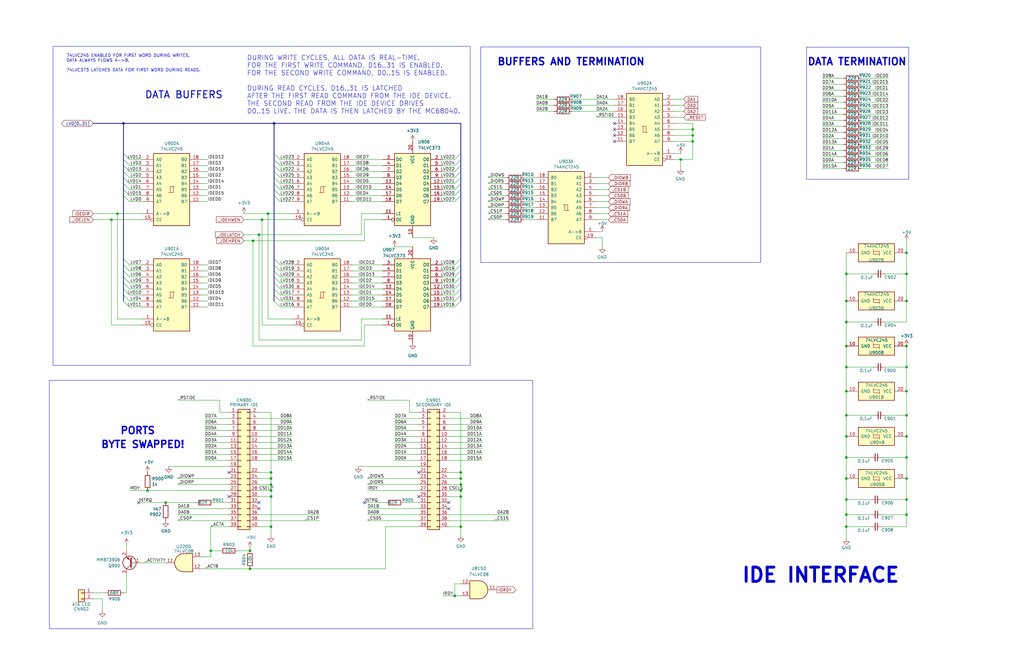
<source format=kicad_sch>
(kicad_sch (version 20231120) (generator "eeschema") (generator_version "8.0")
  (paper "B")
  (title_block (title "AMIGA PCI") (date "2024-05-24") (rev "3.0"))
  (junction (at 356.87 175.26))
  (junction (at 109.22 99.06))
  (junction (at 194.31 209.55))
  (junction (at 191.77 251.46))
  (junction (at 115.57 52.07))
  (junction (at 356.87 115.57))
  (junction (at 356.87 146.05))
  (junction (at 292.1 59.69))
  (junction (at 356.87 193.04))
  (junction (at 356.87 165.1))
  (junction (at 46.99 92.71))
  (junction (at 88.9 232.41))
  (junction (at 356.87 135.89))
  (junction (at 292.1 54.61))
  (junction (at 114.3 209.55))
  (junction (at 382.27 193.04))
  (junction (at 356.87 210.82))
  (junction (at 382.27 146.05))
  (junction (at 105.41 232.41))
  (junction (at 194.31 207.01))
  (junction (at 114.3 199.39))
  (junction (at 382.27 201.93))
  (junction (at 382.27 165.1))
  (junction (at 356.87 154.94))
  (junction (at 62.23 207.01))
  (junction (at 356.87 184.15))
  (junction (at 52.07 52.07))
  (junction (at 194.31 201.93))
  (junction (at 356.87 217.17))
  (junction (at 382.27 106.68))
  (junction (at 382.27 154.94))
  (junction (at 49.53 90.17))
  (junction (at 287.02 67.31))
  (junction (at 114.3 201.93))
  (junction (at 292.1 57.15))
  (junction (at 114.3 222.25))
  (junction (at 69.85 212.09))
  (junction (at 194.31 204.47))
  (junction (at 356.87 127))
  (junction (at 106.68 101.6))
  (junction (at 114.3 204.47))
  (junction (at 382.27 175.26))
  (junction (at 382.27 115.57))
  (junction (at 194.31 222.25))
  (junction (at 382.27 210.82))
  (junction (at 356.87 222.25))
  (junction (at 356.87 201.93))
  (junction (at 110.49 92.71))
  (junction (at 114.3 207.01))
  (junction (at 382.27 127))
  (junction (at 382.27 184.15))
  (junction (at 194.31 199.39))
  (junction (at 113.03 90.17))
  (junction (at 105.41 240.03))
  (junction (at 382.27 217.17))
  (no_connect (at 109.22 212.09))
  (no_connect (at 58.42 212.09))
  (no_connect (at 259.08 54.61))
  (no_connect (at 109.22 214.63))
  (no_connect (at 176.53 199.39))
  (no_connect (at 259.08 59.69))
  (no_connect (at 259.08 52.07))
  (no_connect (at 189.23 214.63))
  (no_connect (at 153.67 212.09))
  (no_connect (at 259.08 57.15))
  (no_connect (at 189.23 212.09))
  (no_connect (at 96.52 199.39))
  (no_connect (at 176.53 209.55))
  (no_connect (at 96.52 209.55))
  (bus_entry (at 194.31 121.92) (size -2.54 2.54))
  (bus_entry (at 194.31 114.3) (size -2.54 2.54))
  (bus_entry (at 115.57 80.01) (size 2.54 2.54))
  (bus_entry (at 194.31 119.38) (size -2.54 2.54))
  (bus_entry (at 194.31 64.77) (size -2.54 2.54))
  (bus_entry (at 52.07 127) (size 2.54 2.54))
  (bus_entry (at 115.57 124.46) (size 2.54 2.54))
  (bus_entry (at 194.31 116.84) (size -2.54 2.54))
  (bus_entry (at 115.57 82.55) (size 2.54 2.54))
  (bus_entry (at 52.07 72.39) (size 2.54 2.54))
  (bus_entry (at 52.07 114.3) (size 2.54 2.54))
  (bus_entry (at 52.07 121.92) (size 2.54 2.54))
  (bus_entry (at 52.07 119.38) (size 2.54 2.54))
  (bus_entry (at 194.31 67.31) (size -2.54 2.54))
  (bus_entry (at 115.57 127) (size 2.54 2.54))
  (bus_entry (at 115.57 116.84) (size 2.54 2.54))
  (bus_entry (at 52.07 77.47) (size 2.54 2.54))
  (bus_entry (at 194.31 74.93) (size -2.54 2.54))
  (bus_entry (at 115.57 121.92) (size 2.54 2.54))
  (bus_entry (at 52.07 111.76) (size 2.54 2.54))
  (bus_entry (at 194.31 109.22) (size -2.54 2.54))
  (bus_entry (at 52.07 64.77) (size 2.54 2.54))
  (bus_entry (at 115.57 119.38) (size 2.54 2.54))
  (bus_entry (at 194.31 72.39) (size -2.54 2.54))
  (bus_entry (at 115.57 72.39) (size 2.54 2.54))
  (bus_entry (at 115.57 64.77) (size 2.54 2.54))
  (bus_entry (at 194.31 69.85) (size -2.54 2.54))
  (bus_entry (at 115.57 77.47) (size 2.54 2.54))
  (bus_entry (at 115.57 69.85) (size 2.54 2.54))
  (bus_entry (at 115.57 74.93) (size 2.54 2.54))
  (bus_entry (at 115.57 114.3) (size 2.54 2.54))
  (bus_entry (at 194.31 77.47) (size -2.54 2.54))
  (bus_entry (at 52.07 109.22) (size 2.54 2.54))
  (bus_entry (at 194.31 127) (size -2.54 2.54))
  (bus_entry (at 194.31 124.46) (size -2.54 2.54))
  (bus_entry (at 52.07 116.84) (size 2.54 2.54))
  (bus_entry (at 52.07 67.31) (size 2.54 2.54))
  (bus_entry (at 52.07 74.93) (size 2.54 2.54))
  (bus_entry (at 52.07 80.01) (size 2.54 2.54))
  (bus_entry (at 115.57 67.31) (size 2.54 2.54))
  (bus_entry (at 194.31 82.55) (size -2.54 2.54))
  (bus_entry (at 194.31 111.76) (size -2.54 2.54))
  (bus_entry (at 52.07 82.55) (size 2.54 2.54))
  (bus_entry (at 194.31 80.01) (size -2.54 2.54))
  (bus_entry (at 52.07 124.46) (size 2.54 2.54))
  (bus_entry (at 115.57 109.22) (size 2.54 2.54))
  (bus_entry (at 115.57 111.76) (size 2.54 2.54))
  (bus_entry (at 52.07 69.85) (size 2.54 2.54))
  (wire (pts (xy 363.22 33.02) (xy 374.65 33.02)))
  (wire (pts (xy 251.46 49.53) (xy 259.08 49.53)))
  (wire (pts (xy 292.1 54.61) (xy 292.1 57.15)))
  (wire (pts (xy 118.11 127) (xy 123.19 127)))
  (wire (pts (xy 54.61 74.93) (xy 59.69 74.93)))
  (wire (pts (xy 191.77 127) (xy 186.69 127)))
  (wire (pts (xy 241.3 46.99) (xy 259.08 46.99)))
  (wire (pts (xy 220.98 85.09) (xy 226.06 85.09)))
  (wire (pts (xy 86.36 189.23) (xy 96.52 189.23)))
  (wire (pts (xy 220.98 74.93) (xy 226.06 74.93)))
  (wire (pts (xy 189.23 191.77) (xy 203.2 191.77)))
  (wire (pts (xy 54.61 72.39) (xy 59.69 72.39)))
  (wire (pts (xy 284.48 54.61) (xy 292.1 54.61)))
  (bus (pts (xy 52.07 52.07) (xy 39.37 52.07)))
  (wire (pts (xy 284.48 59.69) (xy 292.1 59.69)))
  (wire (pts (xy 382.27 154.94) (xy 382.27 165.1)))
  (wire (pts (xy 54.61 119.38) (xy 59.69 119.38)))
  (wire (pts (xy 87.63 67.31) (xy 85.09 67.31)))
  (wire (pts (xy 191.77 69.85) (xy 186.69 69.85)))
  (wire (pts (xy 356.87 227.33) (xy 356.87 222.25)))
  (wire (pts (xy 118.11 69.85) (xy 123.19 69.85)))
  (wire (pts (xy 151.13 196.85) (xy 176.53 196.85)))
  (wire (pts (xy 87.63 72.39) (xy 85.09 72.39)))
  (bus (pts (xy 194.31 111.76) (xy 194.31 114.3)))
  (wire (pts (xy 49.53 134.62) (xy 59.69 134.62)))
  (wire (pts (xy 292.1 52.07) (xy 292.1 54.61)))
  (wire (pts (xy 382.27 115.57) (xy 373.38 115.57)))
  (wire (pts (xy 87.63 69.85) (xy 85.09 69.85)))
  (wire (pts (xy 363.22 38.1) (xy 374.65 38.1)))
  (wire (pts (xy 251.46 85.09) (xy 256.54 85.09)))
  (wire (pts (xy 86.36 176.53) (xy 96.52 176.53)))
  (wire (pts (xy 356.87 217.17) (xy 356.87 210.82)))
  (wire (pts (xy 226.06 46.99) (xy 233.68 46.99)))
  (bus (pts (xy 115.57 77.47) (xy 115.57 74.93)))
  (bus (pts (xy 194.31 114.3) (xy 194.31 116.84)))
  (wire (pts (xy 382.27 127) (xy 382.27 135.89)))
  (wire (pts (xy 173.99 100.33) (xy 182.88 100.33)))
  (bus (pts (xy 115.57 124.46) (xy 115.57 127)))
  (wire (pts (xy 372.11 210.82) (xy 382.27 210.82)))
  (wire (pts (xy 241.3 44.45) (xy 259.08 44.45)))
  (bus (pts (xy 52.07 64.77) (xy 52.07 52.07)))
  (wire (pts (xy 87.63 116.84) (xy 85.09 116.84)))
  (bus (pts (xy 115.57 82.55) (xy 115.57 109.22)))
  (wire (pts (xy 74.93 219.71) (xy 96.52 219.71)))
  (wire (pts (xy 102.87 90.17) (xy 113.03 90.17)))
  (wire (pts (xy 356.87 201.93) (xy 356.87 210.82)))
  (wire (pts (xy 368.3 135.89) (xy 356.87 135.89)))
  (wire (pts (xy 346.71 35.56) (xy 355.6 35.56)))
  (bus (pts (xy 52.07 52.07) (xy 115.57 52.07)))
  (wire (pts (xy 118.11 74.93) (xy 123.19 74.93)))
  (bus (pts (xy 115.57 69.85) (xy 115.57 67.31)))
  (wire (pts (xy 86.36 181.61) (xy 96.52 181.61)))
  (wire (pts (xy 363.22 40.64) (xy 374.65 40.64)))
  (wire (pts (xy 189.23 176.53) (xy 203.2 176.53)))
  (wire (pts (xy 191.77 85.09) (xy 186.69 85.09)))
  (wire (pts (xy 118.11 80.01) (xy 123.19 80.01)))
  (wire (pts (xy 205.74 77.47) (xy 213.36 77.47)))
  (wire (pts (xy 88.9 222.25) (xy 96.52 222.25)))
  (wire (pts (xy 118.11 124.46) (xy 123.19 124.46)))
  (wire (pts (xy 96.52 173.99) (xy 92.71 173.99)))
  (wire (pts (xy 191.77 246.38) (xy 191.77 251.46)))
  (wire (pts (xy 191.77 116.84) (xy 186.69 116.84)))
  (wire (pts (xy 166.37 184.15) (xy 176.53 184.15)))
  (wire (pts (xy 109.22 209.55) (xy 114.3 209.55)))
  (wire (pts (xy 382.27 146.05) (xy 382.27 154.94)))
  (wire (pts (xy 86.36 179.07) (xy 96.52 179.07)))
  (bus (pts (xy 115.57 114.3) (xy 115.57 116.84)))
  (wire (pts (xy 113.03 134.62) (xy 113.03 90.17)))
  (wire (pts (xy 148.59 119.38) (xy 161.29 119.38)))
  (bus (pts (xy 52.07 109.22) (xy 52.07 111.76)))
  (wire (pts (xy 109.22 201.93) (xy 114.3 201.93)))
  (wire (pts (xy 54.61 77.47) (xy 59.69 77.47)))
  (wire (pts (xy 39.37 252.73) (xy 43.18 252.73)))
  (wire (pts (xy 86.36 186.69) (xy 96.52 186.69)))
  (wire (pts (xy 114.3 209.55) (xy 114.3 222.25)))
  (wire (pts (xy 49.53 90.17) (xy 59.69 90.17)))
  (wire (pts (xy 109.22 184.15) (xy 123.19 184.15)))
  (wire (pts (xy 166.37 104.14) (xy 173.99 104.14)))
  (wire (pts (xy 152.4 99.06) (xy 109.22 99.06)))
  (wire (pts (xy 90.17 212.09) (xy 96.52 212.09)))
  (wire (pts (xy 251.46 74.93) (xy 256.54 74.93)))
  (wire (pts (xy 54.61 114.3) (xy 59.69 114.3)))
  (wire (pts (xy 284.48 41.91) (xy 288.29 41.91)))
  (wire (pts (xy 148.59 129.54) (xy 161.29 129.54)))
  (wire (pts (xy 148.59 111.76) (xy 161.29 111.76)))
  (wire (pts (xy 71.12 196.85) (xy 96.52 196.85)))
  (wire (pts (xy 109.22 173.99) (xy 114.3 173.99)))
  (wire (pts (xy 356.87 106.68) (xy 356.87 115.57)))
  (wire (pts (xy 346.71 66.04) (xy 355.6 66.04)))
  (wire (pts (xy 118.11 67.31) (xy 123.19 67.31)))
  (bus (pts (xy 52.07 74.93) (xy 52.07 72.39)))
  (wire (pts (xy 382.27 106.68) (xy 382.27 115.57)))
  (wire (pts (xy 363.22 50.8) (xy 374.65 50.8)))
  (bus (pts (xy 52.07 69.85) (xy 52.07 67.31)))
  (wire (pts (xy 161.29 134.62) (xy 152.4 134.62)))
  (wire (pts (xy 166.37 194.31) (xy 176.53 194.31)))
  (wire (pts (xy 189.23 201.93) (xy 194.31 201.93)))
  (wire (pts (xy 161.29 137.16) (xy 153.67 137.16)))
  (wire (pts (xy 346.71 45.72) (xy 355.6 45.72)))
  (wire (pts (xy 292.1 57.15) (xy 292.1 59.69)))
  (wire (pts (xy 189.23 179.07) (xy 203.2 179.07)))
  (wire (pts (xy 191.77 74.93) (xy 186.69 74.93)))
  (wire (pts (xy 74.93 204.47) (xy 96.52 204.47)))
  (wire (pts (xy 153.67 146.05) (xy 106.68 146.05)))
  (wire (pts (xy 86.36 184.15) (xy 96.52 184.15)))
  (wire (pts (xy 251.46 97.79) (xy 254 97.79)))
  (wire (pts (xy 59.69 137.16) (xy 46.99 137.16)))
  (bus (pts (xy 52.07 82.55) (xy 52.07 80.01)))
  (bus (pts (xy 194.31 119.38) (xy 194.31 121.92)))
  (wire (pts (xy 382.27 193.04) (xy 382.27 201.93)))
  (wire (pts (xy 106.68 101.6) (xy 153.67 101.6)))
  (wire (pts (xy 54.61 121.92) (xy 59.69 121.92)))
  (wire (pts (xy 356.87 115.57) (xy 356.87 127)))
  (bus (pts (xy 115.57 67.31) (xy 115.57 64.77)))
  (wire (pts (xy 109.22 194.31) (xy 123.19 194.31)))
  (wire (pts (xy 85.09 240.03) (xy 105.41 240.03)))
  (bus (pts (xy 115.57 119.38) (xy 115.57 121.92)))
  (wire (pts (xy 109.22 99.06) (xy 102.87 99.06)))
  (bus (pts (xy 194.31 121.92) (xy 194.31 124.46)))
  (bus (pts (xy 194.31 82.55) (xy 194.31 109.22)))
  (wire (pts (xy 189.23 189.23) (xy 203.2 189.23)))
  (wire (pts (xy 118.11 114.3) (xy 123.19 114.3)))
  (wire (pts (xy 226.06 41.91) (xy 233.68 41.91)))
  (wire (pts (xy 100.33 232.41) (xy 105.41 232.41)))
  (wire (pts (xy 105.41 240.03) (xy 162.56 240.03)))
  (wire (pts (xy 191.77 111.76) (xy 186.69 111.76)))
  (wire (pts (xy 148.59 77.47) (xy 161.29 77.47)))
  (wire (pts (xy 205.74 82.55) (xy 213.36 82.55)))
  (wire (pts (xy 346.71 33.02) (xy 355.6 33.02)))
  (wire (pts (xy 166.37 186.69) (xy 176.53 186.69)))
  (wire (pts (xy 191.77 82.55) (xy 186.69 82.55)))
  (wire (pts (xy 166.37 189.23) (xy 176.53 189.23)))
  (wire (pts (xy 292.1 59.69) (xy 292.1 67.31)))
  (wire (pts (xy 153.67 137.16) (xy 153.67 146.05)))
  (wire (pts (xy 194.31 207.01) (xy 194.31 209.55)))
  (wire (pts (xy 109.22 181.61) (xy 123.19 181.61)))
  (wire (pts (xy 372.11 217.17) (xy 382.27 217.17)))
  (wire (pts (xy 356.87 146.05) (xy 356.87 154.94)))
  (wire (pts (xy 292.1 67.31) (xy 287.02 67.31)))
  (wire (pts (xy 148.59 85.09) (xy 161.29 85.09)))
  (wire (pts (xy 162.56 222.25) (xy 176.53 222.25)))
  (wire (pts (xy 166.37 181.61) (xy 176.53 181.61)))
  (wire (pts (xy 152.4 134.62) (xy 152.4 143.51)))
  (wire (pts (xy 118.11 119.38) (xy 123.19 119.38)))
  (wire (pts (xy 54.61 111.76) (xy 59.69 111.76)))
  (wire (pts (xy 60.96 237.49) (xy 69.85 237.49)))
  (wire (pts (xy 118.11 72.39) (xy 123.19 72.39)))
  (wire (pts (xy 87.63 111.76) (xy 85.09 111.76)))
  (wire (pts (xy 87.63 129.54) (xy 85.09 129.54)))
  (wire (pts (xy 191.77 124.46) (xy 186.69 124.46)))
  (wire (pts (xy 194.31 222.25) (xy 194.31 226.06)))
  (wire (pts (xy 43.18 252.73) (xy 43.18 257.81)))
  (wire (pts (xy 382.27 201.93) (xy 382.27 210.82)))
  (wire (pts (xy 205.74 85.09) (xy 213.36 85.09)))
  (wire (pts (xy 284.48 46.99) (xy 288.29 46.99)))
  (wire (pts (xy 54.61 207.01) (xy 62.23 207.01)))
  (wire (pts (xy 148.59 124.46) (xy 161.29 124.46)))
  (wire (pts (xy 363.22 71.12) (xy 374.65 71.12)))
  (bus (pts (xy 194.31 80.01) (xy 194.31 77.47)))
  (wire (pts (xy 284.48 44.45) (xy 288.29 44.45)))
  (bus (pts (xy 52.07 114.3) (xy 52.07 116.84)))
  (wire (pts (xy 105.41 231.14) (xy 105.41 232.41)))
  (wire (pts (xy 54.61 116.84) (xy 59.69 116.84)))
  (wire (pts (xy 88.9 234.95) (xy 88.9 232.41)))
  (bus (pts (xy 52.07 124.46) (xy 52.07 127)))
  (wire (pts (xy 251.46 87.63) (xy 256.54 87.63)))
  (wire (pts (xy 74.93 214.63) (xy 96.52 214.63)))
  (bus (pts (xy 52.07 116.84) (xy 52.07 119.38)))
  (bus (pts (xy 194.31 109.22) (xy 194.31 111.76)))
  (wire (pts (xy 382.27 184.15) (xy 382.27 193.04)))
  (wire (pts (xy 363.22 43.18) (xy 374.65 43.18)))
  (wire (pts (xy 153.67 101.6) (xy 153.67 92.71)))
  (wire (pts (xy 53.34 229.87) (xy 53.34 232.41)))
  (wire (pts (xy 284.48 64.77) (xy 287.02 64.77)))
  (wire (pts (xy 346.71 53.34) (xy 355.6 53.34)))
  (wire (pts (xy 54.61 127) (xy 59.69 127)))
  (wire (pts (xy 154.94 201.93) (xy 176.53 201.93)))
  (wire (pts (xy 74.93 201.93) (xy 96.52 201.93)))
  (wire (pts (xy 166.37 179.07) (xy 176.53 179.07)))
  (wire (pts (xy 194.31 246.38) (xy 191.77 246.38)))
  (wire (pts (xy 373.38 175.26) (xy 382.27 175.26)))
  (wire (pts (xy 346.71 40.64) (xy 355.6 40.64)))
  (wire (pts (xy 346.71 58.42) (xy 355.6 58.42)))
  (wire (pts (xy 191.77 114.3) (xy 186.69 114.3)))
  (wire (pts (xy 356.87 127) (xy 356.87 135.89)))
  (bus (pts (xy 115.57 80.01) (xy 115.57 77.47)))
  (wire (pts (xy 154.94 168.91) (xy 172.72 168.91)))
  (wire (pts (xy 152.4 143.51) (xy 109.22 143.51)))
  (bus (pts (xy 194.31 116.84) (xy 194.31 119.38)))
  (wire (pts (xy 367.03 210.82) (xy 356.87 210.82)))
  (wire (pts (xy 284.48 57.15) (xy 292.1 57.15)))
  (wire (pts (xy 191.77 72.39) (xy 186.69 72.39)))
  (wire (pts (xy 205.74 90.17) (xy 213.36 90.17)))
  (bus (pts (xy 115.57 111.76) (xy 115.57 114.3)))
  (wire (pts (xy 189.23 184.15) (xy 203.2 184.15)))
  (wire (pts (xy 109.22 207.01) (xy 114.3 207.01)))
  (wire (pts (xy 346.71 60.96) (xy 355.6 60.96)))
  (wire (pts (xy 241.3 41.91) (xy 259.08 41.91)))
  (wire (pts (xy 363.22 53.34) (xy 374.65 53.34)))
  (wire (pts (xy 54.61 85.09) (xy 59.69 85.09)))
  (wire (pts (xy 52.07 250.19) (xy 53.34 250.19)))
  (wire (pts (xy 148.59 127) (xy 161.29 127)))
  (bus (pts (xy 194.31 82.55) (xy 194.31 80.01)))
  (wire (pts (xy 189.23 207.01) (xy 194.31 207.01)))
  (bus (pts (xy 115.57 52.07) (xy 194.31 52.07)))
  (wire (pts (xy 87.63 82.55) (xy 85.09 82.55)))
  (wire (pts (xy 356.87 154.94) (xy 356.87 165.1)))
  (wire (pts (xy 189.23 186.69) (xy 203.2 186.69)))
  (wire (pts (xy 154.94 219.71) (xy 176.53 219.71)))
  (wire (pts (xy 114.3 201.93) (xy 114.3 204.47)))
  (wire (pts (xy 109.22 186.69) (xy 123.19 186.69)))
  (wire (pts (xy 87.63 80.01) (xy 85.09 80.01)))
  (wire (pts (xy 189.23 199.39) (xy 194.31 199.39)))
  (wire (pts (xy 205.74 92.71) (xy 213.36 92.71)))
  (wire (pts (xy 114.3 204.47) (xy 114.3 207.01)))
  (wire (pts (xy 152.4 90.17) (xy 152.4 99.06)))
  (wire (pts (xy 54.61 67.31) (xy 59.69 67.31)))
  (bus (pts (xy 115.57 64.77) (xy 115.57 52.07)))
  (wire (pts (xy 110.49 137.16) (xy 110.49 92.71)))
  (wire (pts (xy 363.22 55.88) (xy 374.65 55.88)))
  (bus (pts (xy 194.31 72.39) (xy 194.31 69.85)))
  (wire (pts (xy 87.63 127) (xy 85.09 127)))
  (wire (pts (xy 154.94 214.63) (xy 176.53 214.63)))
  (bus (pts (xy 194.31 74.93) (xy 194.31 72.39)))
  (wire (pts (xy 191.77 67.31) (xy 186.69 67.31)))
  (wire (pts (xy 346.71 55.88) (xy 355.6 55.88)))
  (wire (pts (xy 170.18 212.09) (xy 176.53 212.09)))
  (wire (pts (xy 54.61 124.46) (xy 59.69 124.46)))
  (wire (pts (xy 92.71 173.99) (xy 92.71 168.91)))
  (wire (pts (xy 346.71 63.5) (xy 355.6 63.5)))
  (wire (pts (xy 346.71 71.12) (xy 355.6 71.12)))
  (wire (pts (xy 189.23 209.55) (xy 194.31 209.55)))
  (wire (pts (xy 114.3 207.01) (xy 114.3 209.55)))
  (wire (pts (xy 118.11 121.92) (xy 123.19 121.92)))
  (wire (pts (xy 53.34 250.19) (xy 53.34 242.57)))
  (wire (pts (xy 39.37 92.71) (xy 46.99 92.71)))
  (wire (pts (xy 346.71 38.1) (xy 355.6 38.1)))
  (wire (pts (xy 46.99 137.16) (xy 46.99 92.71)))
  (bus (pts (xy 194.31 77.47) (xy 194.31 74.93)))
  (bus (pts (xy 194.31 67.31) (xy 194.31 64.77)))
  (wire (pts (xy 363.22 68.58) (xy 374.65 68.58)))
  (wire (pts (xy 346.71 68.58) (xy 355.6 68.58)))
  (wire (pts (xy 194.31 199.39) (xy 194.31 201.93)))
  (wire (pts (xy 382.27 217.17) (xy 382.27 222.25)))
  (wire (pts (xy 153.67 212.09) (xy 162.56 212.09)))
  (bus (pts (xy 52.07 72.39) (xy 52.07 69.85)))
  (wire (pts (xy 363.22 35.56) (xy 374.65 35.56)))
  (wire (pts (xy 148.59 67.31) (xy 161.29 67.31)))
  (bus (pts (xy 52.07 111.76) (xy 52.07 114.3)))
  (bus (pts (xy 52.07 82.55) (xy 52.07 109.22)))
  (wire (pts (xy 114.3 173.99) (xy 114.3 199.39)))
  (wire (pts (xy 85.09 234.95) (xy 88.9 234.95)))
  (wire (pts (xy 109.22 222.25) (xy 114.3 222.25)))
  (wire (pts (xy 382.27 175.26) (xy 382.27 184.15)))
  (wire (pts (xy 109.22 176.53) (xy 123.19 176.53)))
  (wire (pts (xy 62.23 207.01) (xy 96.52 207.01)))
  (wire (pts (xy 87.63 85.09) (xy 85.09 85.09)))
  (wire (pts (xy 113.03 90.17) (xy 123.19 90.17)))
  (wire (pts (xy 191.77 77.47) (xy 186.69 77.47)))
  (wire (pts (xy 226.06 44.45) (xy 233.68 44.45)))
  (wire (pts (xy 363.22 66.04) (xy 374.65 66.04)))
  (wire (pts (xy 109.22 204.47) (xy 114.3 204.47)))
  (wire (pts (xy 87.63 124.46) (xy 85.09 124.46)))
  (wire (pts (xy 220.98 77.47) (xy 226.06 77.47)))
  (wire (pts (xy 363.22 60.96) (xy 374.65 60.96)))
  (bus (pts (xy 52.07 77.47) (xy 52.07 74.93)))
  (wire (pts (xy 114.3 222.25) (xy 114.3 226.06)))
  (wire (pts (xy 118.11 111.76) (xy 123.19 111.76)))
  (wire (pts (xy 382.27 135.89) (xy 373.38 135.89)))
  (wire (pts (xy 118.11 77.47) (xy 123.19 77.47)))
  (wire (pts (xy 54.61 69.85) (xy 59.69 69.85)))
  (wire (pts (xy 220.98 92.71) (xy 226.06 92.71)))
  (wire (pts (xy 373.38 154.94) (xy 382.27 154.94)))
  (wire (pts (xy 148.59 80.01) (xy 161.29 80.01)))
  (wire (pts (xy 220.98 87.63) (xy 226.06 87.63)))
  (wire (pts (xy 109.22 179.07) (xy 123.19 179.07)))
  (wire (pts (xy 368.3 154.94) (xy 356.87 154.94)))
  (bus (pts (xy 194.31 124.46) (xy 194.31 127)))
  (wire (pts (xy 118.11 129.54) (xy 123.19 129.54)))
  (wire (pts (xy 367.03 222.25) (xy 356.87 222.25)))
  (wire (pts (xy 220.98 82.55) (xy 226.06 82.55)))
  (wire (pts (xy 191.77 251.46) (xy 194.31 251.46)))
  (wire (pts (xy 191.77 80.01) (xy 186.69 80.01)))
  (wire (pts (xy 87.63 114.3) (xy 85.09 114.3)))
  (bus (pts (xy 52.07 67.31) (xy 52.07 64.77)))
  (wire (pts (xy 220.98 80.01) (xy 226.06 80.01)))
  (wire (pts (xy 205.74 87.63) (xy 213.36 87.63)))
  (wire (pts (xy 220.98 90.17) (xy 226.06 90.17)))
  (wire (pts (xy 205.74 80.01) (xy 213.36 80.01)))
  (wire (pts (xy 287.02 67.31) (xy 284.48 67.31)))
  (bus (pts (xy 115.57 121.92) (xy 115.57 124.46)))
  (bus (pts (xy 115.57 82.55) (xy 115.57 80.01)))
  (wire (pts (xy 46.99 92.71) (xy 59.69 92.71)))
  (wire (pts (xy 87.63 119.38) (xy 85.09 119.38)))
  (wire (pts (xy 109.22 143.51) (xy 109.22 99.06)))
  (wire (pts (xy 189.23 204.47) (xy 194.31 204.47)))
  (wire (pts (xy 154.94 217.17) (xy 176.53 217.17)))
  (wire (pts (xy 382.27 101.6) (xy 382.27 106.68)))
  (wire (pts (xy 162.56 240.03) (xy 162.56 222.25)))
  (wire (pts (xy 110.49 92.71) (xy 123.19 92.71)))
  (wire (pts (xy 189.23 173.99) (xy 194.31 173.99)))
  (bus (pts (xy 52.07 80.01) (xy 52.07 77.47)))
  (wire (pts (xy 251.46 90.17) (xy 256.54 90.17)))
  (wire (pts (xy 189.23 181.61) (xy 203.2 181.61)))
  (bus (pts (xy 52.07 119.38) (xy 52.07 121.92)))
  (wire (pts (xy 191.77 119.38) (xy 186.69 119.38)))
  (wire (pts (xy 382.27 115.57) (xy 382.27 127)))
  (wire (pts (xy 363.22 45.72) (xy 374.65 45.72)))
  (wire (pts (xy 356.87 222.25) (xy 356.87 217.17)))
  (wire (pts (xy 194.31 204.47) (xy 194.31 207.01)))
  (wire (pts (xy 123.19 137.16) (xy 110.49 137.16)))
  (bus (pts (xy 115.57 72.39) (xy 115.57 69.85)))
  (wire (pts (xy 87.63 77.47) (xy 85.09 77.47)))
  (wire (pts (xy 363.22 58.42) (xy 374.65 58.42)))
  (wire (pts (xy 356.87 175.26) (xy 356.87 184.15)))
  (wire (pts (xy 382.27 210.82) (xy 382.27 217.17)))
  (wire (pts (xy 109.22 217.17) (xy 134.62 217.17)))
  (wire (pts (xy 166.37 176.53) (xy 176.53 176.53)))
  (wire (pts (xy 194.31 173.99) (xy 194.31 199.39)))
  (wire (pts (xy 356.87 135.89) (xy 356.87 146.05)))
  (wire (pts (xy 251.46 77.47) (xy 256.54 77.47)))
  (wire (pts (xy 356.87 184.15) (xy 356.87 193.04)))
  (wire (pts (xy 189.23 222.25) (xy 194.31 222.25)))
  (wire (pts (xy 113.03 134.62) (xy 123.19 134.62)))
  (wire (pts (xy 189.23 217.17) (xy 214.63 217.17)))
  (wire (pts (xy 109.22 191.77) (xy 123.19 191.77)))
  (wire (pts (xy 172.72 173.99) (xy 172.72 168.91)))
  (wire (pts (xy 106.68 146.05) (xy 106.68 101.6)))
  (wire (pts (xy 367.03 217.17) (xy 356.87 217.17)))
  (wire (pts (xy 86.36 191.77) (xy 96.52 191.77)))
  (wire (pts (xy 109.22 199.39) (xy 114.3 199.39)))
  (wire (pts (xy 194.31 209.55) (xy 194.31 222.25)))
  (wire (pts (xy 166.37 191.77) (xy 176.53 191.77)))
  (wire (pts (xy 86.36 194.31) (xy 96.52 194.31)))
  (wire (pts (xy 194.31 201.93) (xy 194.31 204.47)))
  (wire (pts (xy 87.63 121.92) (xy 85.09 121.92)))
  (wire (pts (xy 39.37 250.19) (xy 44.45 250.19)))
  (wire (pts (xy 372.11 193.04) (xy 382.27 193.04)))
  (wire (pts (xy 251.46 92.71) (xy 256.54 92.71)))
  (wire (pts (xy 363.22 48.26) (xy 374.65 48.26)))
  (wire (pts (xy 186.69 251.46) (xy 191.77 251.46)))
  (wire (pts (xy 118.11 116.84) (xy 123.19 116.84)))
  (wire (pts (xy 109.22 189.23) (xy 123.19 189.23)))
  (wire (pts (xy 205.74 74.93) (xy 213.36 74.93)))
  (wire (pts (xy 356.87 165.1) (xy 356.87 175.26)))
  (wire (pts (xy 346.71 50.8) (xy 355.6 50.8)))
  (wire (pts (xy 382.27 165.1) (xy 382.27 175.26)))
  (wire (pts (xy 189.23 194.31) (xy 203.2 194.31)))
  (wire (pts (xy 118.11 85.09) (xy 123.19 85.09)))
  (wire (pts (xy 189.23 219.71) (xy 214.63 219.71)))
  (wire (pts (xy 148.59 82.55) (xy 161.29 82.55)))
  (wire (pts (xy 88.9 232.41) (xy 88.9 222.25)))
  (wire (pts (xy 148.59 72.39) (xy 161.29 72.39)))
  (bus (pts (xy 115.57 109.22) (xy 115.57 111.76)))
  (wire (pts (xy 58.42 212.09) (xy 69.85 212.09)))
  (wire (pts (xy 154.94 204.47) (xy 176.53 204.47)))
  (wire (pts (xy 54.61 129.54) (xy 59.69 129.54)))
  (wire (pts (xy 148.59 114.3) (xy 161.29 114.3)))
  (wire (pts (xy 102.87 92.71) (xy 110.49 92.71)))
  (wire (pts (xy 363.22 63.5) (xy 374.65 63.5)))
  (wire (pts (xy 372.11 222.25) (xy 382.27 222.25)))
  (wire (pts (xy 88.9 232.41) (xy 92.71 232.41)))
  (wire (pts (xy 367.03 193.04) (xy 356.87 193.04)))
  (wire (pts (xy 153.67 92.71) (xy 161.29 92.71)))
  (wire (pts (xy 69.85 212.09) (xy 82.55 212.09)))
  (bus (pts (xy 52.07 121.92) (xy 52.07 124.46)))
  (bus (pts (xy 115.57 74.93) (xy 115.57 72.39)))
  (wire (pts (xy 287.02 67.31) (xy 287.02 71.12)))
  (wire (pts (xy 154.94 207.01) (xy 176.53 207.01)))
  (wire (pts (xy 368.3 175.26) (xy 356.87 175.26)))
  (wire (pts (xy 161.29 90.17) (xy 152.4 90.17)))
  (wire (pts (xy 148.59 74.93) (xy 161.29 74.93)))
  (wire (pts (xy 346.71 48.26) (xy 355.6 48.26)))
  (wire (pts (xy 148.59 121.92) (xy 161.29 121.92)))
  (wire (pts (xy 109.22 219.71) (xy 134.62 219.71)))
  (wire (pts (xy 254 100.33) (xy 251.46 100.33)))
  (wire (pts (xy 346.71 43.18) (xy 355.6 43.18)))
  (wire (pts (xy 356.87 193.04) (xy 356.87 201.93)))
  (bus (pts (xy 194.31 69.85) (xy 194.31 67.31)))
  (wire (pts (xy 284.48 49.53) (xy 288.29 49.53)))
  (wire (pts (xy 148.59 69.85) (xy 161.29 69.85)))
  (wire (pts (xy 39.37 90.17) (xy 49.53 90.17)))
  (wire (pts (xy 54.61 82.55) (xy 59.69 82.55)))
  (wire (pts (xy 191.77 121.92) (xy 186.69 121.92)))
  (wire (pts (xy 284.48 52.07) (xy 292.1 52.07)))
  (wire (pts (xy 118.11 82.55) (xy 123.19 82.55)))
  (bus (pts (xy 115.57 116.84) (xy 115.57 119.38)))
  (wire (pts (xy 114.3 199.39) (xy 114.3 201.93)))
  (wire (pts (xy 74.93 168.91) (xy 92.71 168.91)))
  (wire (pts (xy 251.46 82.55) (xy 256.54 82.55)))
  (wire (pts (xy 254 100.33) (xy 254 104.14)))
  (wire (pts (xy 176.53 173.99) (xy 172.72 173.99)))
  (wire (pts (xy 54.61 80.01) (xy 59.69 80.01)))
  (wire (pts (xy 74.93 217.17) (xy 96.52 217.17)))
  (wire (pts (xy 49.53 134.62) (xy 49.53 90.17)))
  (wire (pts (xy 251.46 80.01) (xy 256.54 80.01)))
  (wire (pts (xy 191.77 129.54) (xy 186.69 129.54)))
  (wire (pts (xy 102.87 101.6) (xy 106.68 101.6)))
  (wire (pts (xy 148.59 116.84) (xy 161.29 116.84)))
  (bus (pts (xy 194.31 64.77) (xy 194.31 52.07)))
  (wire (pts (xy 368.3 115.57) (xy 356.87 115.57)))
  (wire (pts (xy 87.63 74.93) (xy 85.09 74.93)))
  (rectangle (start 340.1 19.939) (end 383.2 75.7))
  (rectangle (start 202.692 19.812) (end 320.802 110.744))
  (rectangle (start 20.817 160.5) (end 224.7 265.296))
  (rectangle (start 22.352 19.558) (end 198.247 154.178))
  (text "PORTS" (at 50.546 183.642 0) (effects (font (size 3 3) (bold yes)) (justify left bottom)))
  (text "BUFFERS AND TERMINATION" (at 209.55 27.94 0) (effects (font (size 3 3) (bold yes)) (justify left bottom)))
  (text "DATA TERMINATION" (at 340.36 27.94 0) (effects (font (size 3 3) (thickness 0.6) (bold yes)) (justify left bottom)))
  (text "DATA BUFFERS" (at 60.96 41.91 0) (effects (font (size 3 3) (thickness 0.4) (bold yes)) (justify left bottom)))
  (text "74LVC245 ENABLED FOR FIRST WORD DURING WRITES.\nDATA ALWAYS FLOWS A->B.\n\n74LVC373 LATCHES DATA FOR FIRST WORD DURING READS." (at 27.94 30.48 0) (effects (font (size 1.27 1.27)) (justify left bottom)))
  (text "IDE INTERFACE" (at 312.42 246.38 0) (effects (font (size 6 6) (thickness 1.2) (bold yes)) (justify left bottom)))
  (text "BYTE SWAPPED!" (at 42.418 189.484 0) (effects (font (size 3 3) (thickness 0.6) (bold yes)) (justify left bottom)))
  (text "DURING WRITE CYCLES, ALL DATA IS REAL-TIME. \nFOR THE FIRST WRITE COMMAND, D16..31 IS ENABLED.\nFOR THE SECOND WRITE COMMAND, D0..15 IS ENABLED.\n\nDURING READ CYCLES, D16..31 IS LATCHED \nAFTER THE FIRST READ COMMAND FROM THE IDE DEVICE.\nTHE SECOND READ FROM THE IDE DEVICE DRIVES\nD0..15 LIVE. THE DATA IS THEN LATCHED BY THE MC68040." (at 104.14 48.26 0) (effects (font (size 2 2)) (justify left bottom)))
  (label "DD8A" (at 346.71 33.02 0))
  (label "DD12A" (at 203.2 186.69 180))
  (label "IRDY" (at 186.69 251.46 0))
  (label "_CS0S" (at 154.94 219.71 0))
  (label "LVD17" (at 118.11 124.46 0))
  (label "LVD20" (at 191.77 82.55 180))
  (label "IDED8" (at 87.63 114.3 0))
  (label "DD5A" (at 86.36 181.61 0))
  (label "IDED10" (at 149.86 80.01 0))
  (label "DD0A" (at 86.36 194.31 0))
  (label "LVD14" (at 59.69 77.47 180))
  (label "DD1A" (at 166.37 191.77 0))
  (label "LVD13" (at 59.69 72.39 180))
  (label "IDED9" (at 149.86 74.93 0))
  (label "DD13A" (at 203.2 189.23 180))
  (label "DD6A" (at 166.37 179.07 0))
  (label "LVD11" (at 59.69 129.54 180))
  (label "IDED1" (at 151.13 124.46 0))
  (label "DA1B" (at 74.93 214.63 0))
  (label "DD3A" (at 86.36 186.69 0))
  (label "DD3A" (at 166.37 186.69 0))
  (label "IDED4" (at 149.86 82.55 0))
  (label "LVD19" (at 191.77 114.3 180))
  (label "DD6A" (at 346.71 40.64 0))
  (label "DD1A" (at 86.36 191.77 0))
  (label "LVD26" (at 191.77 80.01 180))
  (label "IDED13" (at 374.65 45.72 180))
  (label "LVD28" (at 118.11 111.76 0))
  (label "_DIOWP" (at 205.74 85.09 0))
  (label "DD2A" (at 166.37 189.23 0))
  (label "IDED13" (at 87.63 72.39 0))
  (label "LVD7" (at 59.69 111.76 180))
  (label "IDED0" (at 151.13 129.54 0))
  (label "_DIORS" (at 205.74 77.47 0))
  (label "DD15A" (at 203.2 194.31 180))
  (label "DD6A" (at 86.36 179.07 0))
  (label "IDED14" (at 151.13 121.92 0))
  (label "_DIORP" (at 205.74 87.63 0))
  (label "LVD21" (at 118.11 77.47 0))
  (label "IDED12" (at 374.65 50.8 180))
  (label "IDED4" (at 374.65 55.88 180))
  (label "DD9A" (at 203.2 179.07 180))
  (label "DD0A" (at 346.71 68.58 0))
  (label "_ACTB" (at 86.36 240.03 0))
  (label "IDED8" (at 374.65 68.58 180))
  (label "LVD26" (at 118.11 80.01 0))
  (label "LVD16" (at 118.11 129.54 0))
  (label "LVD2" (at 59.69 74.93 180))
  (label "DA2A" (at 251.46 46.99 0))
  (label "_RSTIDE" (at 251.46 49.53 0))
  (label "LVD20" (at 118.11 82.55 0))
  (label "LVD24" (at 191.77 69.85 180))
  (label "DD4A" (at 346.71 50.8 0))
  (label "LVD8" (at 59.69 114.3 180))
  (label "IDED6" (at 87.63 116.84 0))
  (label "IDED14" (at 87.63 77.47 0))
  (label "DD9A" (at 123.19 179.07 180))
  (label "LVD22" (at 191.77 72.39 180))
  (label "LVD3" (at 59.69 69.85 180))
  (label "LVD0" (at 59.69 85.09 180))
  (label "DD7A" (at 346.71 35.56 0))
  (label "LVD29" (at 191.77 116.84 180))
  (label "LVD23" (at 191.77 67.31 180))
  (label "IDED10" (at 87.63 124.46 0))
  (label "LVD9" (at 59.69 119.38 180))
  (label "DD5A" (at 166.37 181.61 0))
  (label "IDED6" (at 149.86 72.39 0))
  (label "DA1B" (at 154.94 214.63 0))
  (label "DD11A" (at 123.19 184.15 180))
  (label "LVD23" (at 118.11 67.31 0))
  (label "_DIOWS" (at 154.94 201.93 0))
  (label "IDED7" (at 374.65 71.12 180))
  (label "IDED3" (at 151.13 114.3 0))
  (label "LVD22" (at 118.11 72.39 0))
  (label "IRDY" (at 54.61 207.01 0))
  (label "_CS1P" (at 134.62 219.71 180))
  (label "_DIOWS" (at 205.74 74.93 0))
  (label "IDED8" (at 149.86 69.85 0))
  (label "_CS1P" (at 205.74 90.17 0))
  (label "INTRQ" (at 58.42 212.09 0))
  (label "IDED15" (at 374.65 35.56 180))
  (label "IDED15" (at 87.63 82.55 0))
  (label "IDED1" (at 374.65 38.1 180))
  (label "IDED6" (at 374.65 66.04 180))
  (label "LVD31" (at 191.77 127 180))
  (label "_CS0P" (at 74.93 219.71 0))
  (label "DD10A" (at 123.19 181.61 180))
  (label "IDED0" (at 374.65 33.02 180))
  (label "IDED3" (at 87.63 69.85 0))
  (label "CSELP" (at 109.22 207.01 0))
  (label "LVD6" (at 59.69 116.84 180))
  (label "IDED5" (at 374.65 60.96 180))
  (label "DD0A" (at 166.37 194.31 0))
  (label "DD15A" (at 123.19 194.31 180))
  (label "LVD30" (at 118.11 121.92 0))
  (label "IDED11" (at 149.86 85.09 0))
  (label "LVD24" (at 118.11 69.85 0))
  (label "LVD25" (at 191.77 74.93 180))
  (label "DD10A" (at 346.71 43.18 0))
  (label "_ACTA" (at 88.9 222.25 0))
  (label "LVD30" (at 191.77 121.92 180))
  (label "DD8A" (at 203.2 176.53 180))
  (label "IDED15" (at 151.13 127 0))
  (label "IDED11" (at 87.63 129.54 0))
  (label "LVD27" (at 191.77 85.09 180))
  (label "LVD17" (at 191.77 124.46 180))
  (label "LVD10" (at 59.69 124.46 180))
  (label "IDED0" (at 87.63 85.09 0))
  (label "DA0A" (at 251.46 44.45 0))
  (label "IDED13" (at 151.13 116.84 0))
  (label "DA2B" (at 214.63 217.17 180))
  (label "LVD15" (at 59.69 82.55 180))
  (label "LVD21" (at 191.77 77.47 180))
  (label "_ACTIVITY" (at 69.85 237.49 180))
  (label "DD8A" (at 123.19 176.53 180))
  (label "LVD27" (at 118.11 85.09 0))
  (label "IDED7" (at 149.86 67.31 0))
  (label "IDED10" (at 374.65 58.42 180))
  (label "IDED1" (at 87.63 80.01 0))
  (label "LVD19" (at 118.11 114.3 0))
  (label "DD15A" (at 346.71 71.12 0))
  (label "DD2A" (at 346.71 58.42 0))
  (label "_CS0S" (at 205.74 82.55 0))
  (label "IDED14" (at 374.65 40.64 180))
  (label "IDED12" (at 87.63 67.31 0))
  (label "_CS1S" (at 214.63 219.71 180))
  (label "_RSTIDE" (at 74.93 168.91 0))
  (label "DA2B" (at 226.06 46.99 0))
  (label "_DIORS" (at 154.94 204.47 0))
  (label "DD14A" (at 123.19 191.77 180))
  (label "LVD28" (at 191.77 111.76 180))
  (label "DD7A" (at 86.36 176.53 0))
  (label "DD9A" (at 346.71 38.1 0))
  (label "LVD12" (at 59.69 67.31 180))
  (label "IDED3" (at 374.65 48.26 180))
  (label "LVD25" (at 118.11 74.93 0))
  (label "DD4A" (at 86.36 184.15 0))
  (label "DD11A" (at 346.71 48.26 0))
  (label "CSELS" (at 189.23 207.01 0))
  (label "IDED9" (at 374.65 63.5 180))
  (label "DD11A" (at 203.2 184.15 180))
  (label "DD4A" (at 166.37 184.15 0))
  (label "LVD16" (at 191.77 129.54 180))
  (label "LVD18" (at 191.77 119.38 180))
  (label "_DIORP" (at 74.93 204.47 0))
  (label "IRDY" (at 154.94 207.01 0))
  (label "IDED11" (at 374.65 53.34 180))
  (label "DA0B" (at 154.94 217.17 0))
  (label "DD7A" (at 166.37 176.53 0))
  (label "DD13A" (at 123.19 189.23 180))
  (label "DD3A" (at 346.71 53.34 0))
  (label "IDED12" (at 151.13 111.76 0))
  (label "_CS1S" (at 205.74 80.01 0))
  (label "DA2B" (at 134.62 217.17 180))
  (label "DD2A" (at 86.36 189.23 0))
  (label "IDED2" (at 374.65 43.18 180))
  (label "IDED7" (at 87.63 111.76 0))
  (label "DA1B" (at 226.06 41.91 0))
  (label "DA0B" (at 74.93 217.17 0))
  (label "_RSTIDE" (at 154.94 168.91 0))
  (label "_CS0P" (at 205.74 92.71 0))
  (label "LVD18" (at 118.11 119.38 0))
  (label "LVD31" (at 118.11 127 0))
  (label "_DIOWP" (at 74.93 201.93 0))
  (label "DD1A" (at 346.71 63.5 0))
  (label "DD12A" (at 123.19 186.69 180))
  (label "IDED5" (at 149.86 77.47 0))
  (label "LVD4" (at 59.69 127 180))
  (label "DD13A" (at 346.71 60.96 0))
  (label "INTRQ" (at 153.67 212.09 0))
  (label "DA0B" (at 226.06 44.45 0))
  (label "IDED5" (at 87.63 121.92 0))
  (label "DD14A" (at 346.71 66.04 0))
  (label "LVD1" (at 59.69 80.01 180))
  (label "IDED9" (at 87.63 119.38 0))
  (label "LVD5" (at 59.69 121.92 180))
  (label "DD10A" (at 203.2 181.61 180))
  (label "DD14A" (at 203.2 191.77 180))
  (label "IDED2" (at 87.63 74.93 0))
  (label "LVD29" (at 118.11 116.84 0))
  (label "DD5A" (at 346.71 45.72 0))
  (label "DA1A" (at 251.46 41.91 0))
  (label "IDED2" (at 151.13 119.38 0))
  (label "DD12A" (at 346.71 55.88 0))
  (label "IDED4" (at 87.63 127 0))
  (global_label "_CS1B" (shape input) (at 256.54 80.01 0) (property "Intersheetrefs" "${INTERSHEET_REFS}" (at 265.3724 80.01 0) (effects (justify left))))
  (global_label "_DIOWB" (shape input) (at 256.54 74.93 0) (property "Intersheetrefs" "${INTERSHEET_REFS}" (at 266.3401 74.93 0) (effects (justify left))))
  (global_label "_CS0B" (shape input) (at 256.54 82.55 0) (property "Intersheetrefs" "${INTERSHEET_REFS}" (at 265.3724 82.55 0) (effects (justify left))))
  (global_label "DA1" (shape input) (at 288.29 41.91 0) (property "Intersheetrefs" "${INTERSHEET_REFS}" (at 294.8433 41.91 0) (effects (justify left))))
  (global_label "_IDELEN" (shape input) (at 39.37 92.71 180) (property "Intersheetrefs" "${INTERSHEET_REFS}" (at 28.9652 92.71 0) (effects (justify right))))
  (global_label "_DIOWA" (shape input) (at 256.54 85.09 0) (property "Intersheetrefs" "${INTERSHEET_REFS}" (at 266.1587 85.09 0) (effects (justify left))))
  (global_label "DA2" (shape input) (at 288.29 46.99 0) (property "Intersheetrefs" "${INTERSHEET_REFS}" (at 294.8433 46.99 0) (effects (justify left))))
  (global_label "_CS0A" (shape input) (at 256.54 92.71 0) (property "Intersheetrefs" "${INTERSHEET_REFS}" (at 265.191 92.71 0) (effects (justify left))))
  (global_label "IORDY" (shape output) (at 209.55 248.92 0) (property "Intersheetrefs" "${INTERSHEET_REFS}" (at 217.438 248.8406 0) (effects (justify left))))
  (global_label "IDEDIR" (shape input) (at 39.37 90.17 180) (effects (font (size 1.2954 1.2954))) (property "Intersheetrefs" "${INTERSHEET_REFS}" (at 31.3436 90.1192 0) (effects (justify right))))
  (global_label "_IDEHWEN" (shape input) (at 102.87 92.71 180) (property "Intersheetrefs" "${INTERSHEET_REFS}" (at 90.632 92.71 0) (effects (justify right))))
  (global_label "LVD[0..31]" (shape bidirectional) (at 39.37 52.07 180) (property "Intersheetrefs" "${INTERSHEET_REFS}" (at 42.545 54.991 0) (effects (justify right))))
  (global_label "_DIORB" (shape input) (at 256.54 77.47 0) (property "Intersheetrefs" "${INTERSHEET_REFS}" (at 266.1587 77.47 0) (effects (justify left))))
  (global_label "_CS1A" (shape input) (at 256.54 90.17 0) (property "Intersheetrefs" "${INTERSHEET_REFS}" (at 265.191 90.17 0) (effects (justify left))))
  (global_label "_IDEHREN" (shape input) (at 102.87 101.6 180) (property "Intersheetrefs" "${INTERSHEET_REFS}" (at 90.8134 101.6 0) (effects (justify right))))
  (global_label "_IDELATCH" (shape input) (at 102.87 99.06 180) (property "Intersheetrefs" "${INTERSHEET_REFS}" (at 90.288 99.06 0) (effects (justify right))))
  (global_label "_RESET" (shape input) (at 288.29 49.53 0) (property "Intersheetrefs" "${INTERSHEET_REFS}" (at 297.9085 49.53 0) (effects (justify left))))
  (global_label "DA0" (shape input) (at 288.29 44.45 0) (property "Intersheetrefs" "${INTERSHEET_REFS}" (at 294.8433 44.45 0) (effects (justify left))))
  (global_label "_DIORA" (shape input) (at 256.54 87.63 0) (property "Intersheetrefs" "${INTERSHEET_REFS}" (at 265.9773 87.63 0) (effects (justify left))))
  (symbol (lib_id "Device:R") (at 237.49 46.99 270) (unit 1)
    (property "Reference" "R909" (at 240.284 45.72 90) (effects (justify left)))
    (property "Value" "22R" (at 235.458 46.99 90) (effects (justify left)))
    (property "Footprint" "Resistor_SMD:R_0603_1608Metric" (effects (hide yes)))
  )
  (symbol (lib_id "Device:C_Small") (at 369.57 217.17 270) (unit 1)
    (property "Reference" "C907" (at 371.602 218.567 90) (effects (justify left)))
    (property "Value" "0.1uF" (at 361.569 218.694 90) (effects (justify left)))
    (property "Footprint" "Capacitor_SMD:C_0603_1608Metric" (effects (hide yes)))
  )
  (symbol (lib_id "AmigaPCI-Symbols:Conn_02x20_IDE") (at 101.6 196.85 0) (unit 1)
    (property "Reference" "CN900" (at 102.87 168.91 0))
    (property "Value" "PRIMARY IDE" (at 102.87 170.831 0))
    (property "Footprint" "AmigaPCI:ATA_Header_2x20_P2.54mm" (effects (hide yes)))
  )
  (symbol (lib_id "AmigaPCI-Symbols:74LVC245") (at 369.57 106.68 270) (unit 2)
    (property "Reference" "U902" (at 369.57 109.728 90))
    (property "Value" "74AHCT245" (at 369.57 103.886 90))
    (property "Footprint" "Package_SO:TSSOP-20_4.4x6.5mm_P0.65mm" (effects (hide yes)))
    (property "Datasheet" "http://www.ti.com/lit/gpn/sn74LS245" (effects (hide yes)))
  )
  (symbol (lib_id "Device:R") (at 359.41 35.56 270) (unit 1)
    (property "Reference" "R921" (at 362.204 34.29 90) (effects (justify left)))
    (property "Value" "22R" (at 357.378 35.56 90) (effects (justify left)))
    (property "Footprint" "Resistor_SMD:R_0603_1608Metric" (effects (hide yes)))
  )
  (symbol (lib_id "AmigaPCI-Symbols:74LVC245") (at 135.89 80.01 0) (unit 1)
    (property "Reference" "U904" (at 135.89 60.5282 0))
    (property "Value" "74LVC245" (at 135.89 62.8396 0))
    (property "Footprint" "Package_SO:TSSOP-20_4.4x6.5mm_P0.65mm" (effects (hide yes)))
    (property "Datasheet" "http://www.ti.com/lit/gpn/sn74LS245" (effects (hide yes)))
  )
  (symbol (lib_id "AmigaPCI-Symbols:Conn_02x20_IDE") (at 181.61 196.85 0) (unit 1)
    (property "Reference" "CN901" (at 182.88 168.91 0))
    (property "Value" "SECONDARY IDE" (at 182.88 170.831 0))
    (property "Footprint" "AmigaPCI:ATA_Header_2x20_P2.54mm" (effects (hide yes)))
  )
  (symbol (lib_id "Device:R") (at 217.17 74.93 270) (unit 1)
    (property "Reference" "R910" (at 219.964 73.66 90) (effects (justify left)))
    (property "Value" "22R" (at 215.138 74.93 90) (effects (justify left)))
    (property "Footprint" "Resistor_SMD:R_0603_1608Metric" (effects (hide yes)))
  )
  (symbol (lib_id "Transistor_BJT:MMBT3906") (at 55.88 237.49 180) (unit 1)
    (property "Reference" "Q900" (at 50.8 238.7601 0) (effects (justify left)))
    (property "Value" "MMBT3906" (at 50.8 236.2201 0) (effects (justify left)))
    (property "Footprint" "Package_TO_SOT_SMD:SOT-23" (effects (hide yes)))
    (property "Datasheet" "https://www.onsemi.com/pdf/datasheet/pzt3906-d.pdf" (effects (hide yes)))
    (property "Description" "-0.2A Ic, -40V Vce, Small Signal PNP Transistor, SOT-23" (effects (hide yes)))
  )
  (symbol (lib_id "Device:R") (at 96.52 232.41 90) (unit 1)
    (property "Reference" "R903" (at 99.06 229.87 90) (effects (justify left)))
    (property "Value" "10k" (at 98.425 232.41 90) (effects (justify left)))
    (property "Footprint" "Resistor_SMD:R_0603_1608Metric" (effects (hide yes)))
  )
  (symbol (lib_id "Device:R") (at 359.41 71.12 270) (unit 1)
    (property "Reference" "R936" (at 362.204 69.85 90) (effects (justify left)))
    (property "Value" "22R" (at 357.378 71.12 90) (effects (justify left)))
    (property "Footprint" "Resistor_SMD:R_0603_1608Metric" (effects (hide yes)))
  )
  (symbol (lib_id "Device:R") (at 359.41 43.18 270) (unit 1)
    (property "Reference" "R924" (at 362.204 41.91 90) (effects (justify left)))
    (property "Value" "22R" (at 357.378 43.18 90) (effects (justify left)))
    (property "Footprint" "Resistor_SMD:R_0603_1608Metric" (effects (hide yes)))
  )
  (symbol (lib_id "Device:R") (at 359.41 40.64 270) (unit 1)
    (property "Reference" "R923" (at 362.204 39.37 90) (effects (justify left)))
    (property "Value" "22R" (at 357.378 40.64 90) (effects (justify left)))
    (property "Footprint" "Resistor_SMD:R_0603_1608Metric" (effects (hide yes)))
  )
  (symbol (lib_id "Device:R") (at 237.49 41.91 270) (unit 1)
    (property "Reference" "R907" (at 240.284 40.64 90) (effects (justify left)))
    (property "Value" "22R" (at 235.458 41.91 90) (effects (justify left)))
    (property "Footprint" "Resistor_SMD:R_0603_1608Metric" (effects (hide yes)))
  )
  (symbol (lib_id "power:GND") (at 71.12 196.85 0) (unit 1)
    (property "Reference" "#PWR0294" (effects (hide yes)))
    (property "Value" "GND" (at 71.12 201.2934 0))
  )
  (symbol (lib_id "Device:R") (at 359.41 53.34 270) (unit 1)
    (property "Reference" "R928" (at 362.204 52.07 90) (effects (justify left)))
    (property "Value" "22R" (at 357.378 53.34 90) (effects (justify left)))
    (property "Footprint" "Resistor_SMD:R_0603_1608Metric" (effects (hide yes)))
  )
  (symbol (lib_id "power:GND") (at 356.87 227.33 0) (unit 1)
    (property "Reference" "#PWR034" (effects (hide yes)))
    (property "Value" "GND" (at 354.838 231.14 0) (effects (justify left)))
  )
  (symbol (lib_id "74xx:74HC373") (at 173.99 124.46 0) (unit 1)
    (property "Reference" "U907" (at 161.29 105.41 0) (effects (justify left)))
    (property "Value" "74LVC373" (at 161.29 107.95 0) (effects (justify left)))
    (property "Footprint" "Package_SO:TSSOP-20_4.4x6.5mm_P0.65mm" (effects (hide yes)))
    (property "Datasheet" "https://www.ti.com/lit/ds/symlink/cd54hc373.pdf" (effects (hide yes)))
  )
  (symbol (lib_name "GND_1") (lib_id "power:GND") (at 43.18 257.81 0) (unit 1)
    (property "Reference" "#PWR032" (effects (hide yes)))
    (property "Value" "GND" (at 43.18 262.89 0))
    (property "Description" "Power symbol creates a global label with name \"GND\" , ground" (effects (hide yes)))
  )
  (symbol (lib_id "power:GND") (at 69.85 219.71 0) (unit 1)
    (property "Reference" "#PWR0293" (effects (hide yes)))
    (property "Value" "GND" (at 69.977 224.1042 0))
  )
  (symbol (lib_id "74xx:74LS08") (at 201.93 248.92 0) (unit 4)
    (property "Reference" "U815" (at 201.9217 239.903 0))
    (property "Value" "74LVC08" (at 201.9217 242.443 0))
    (property "Footprint" "Package_SO:TSSOP-14_4.4x5mm_P0.65mm" (effects (hide yes)))
    (property "Datasheet" "http://www.ti.com/lit/gpn/sn74LS08" (effects (hide yes)))
  )
  (symbol (lib_id "Device:R") (at 217.17 80.01 270) (unit 1)
    (property "Reference" "R914" (at 219.964 78.74 90) (effects (justify left)))
    (property "Value" "22R" (at 215.138 80.01 90) (effects (justify left)))
    (property "Footprint" "Resistor_SMD:R_0603_1608Metric" (effects (hide yes)))
  )
  (symbol (lib_id "Device:R") (at 166.37 212.09 90) (unit 1)
    (property "Reference" "R905" (at 174.498 211.074 90) (effects (justify left)))
    (property "Value" "82R" (at 167.64 212.09 90) (effects (justify left)))
    (property "Footprint" "Resistor_SMD:R_0603_1608Metric" (effects (hide yes)))
  )
  (symbol (lib_id "Device:R") (at 359.41 38.1 270) (unit 1)
    (property "Reference" "R922" (at 362.204 36.83 90) (effects (justify left)))
    (property "Value" "22R" (at 357.378 38.1 90) (effects (justify left)))
    (property "Footprint" "Resistor_SMD:R_0603_1608Metric" (effects (hide yes)))
  )
  (symbol (lib_name "+3V3_1") (lib_id "power:+3V3") (at 53.34 229.87 0) (unit 1)
    (property "Reference" "#PWR010" (effects (hide yes)))
    (property "Value" "+3V3" (at 53.34 224.79 0))
    (property "Description" "Power symbol creates a global label with name \"+3V3\"" (effects (hide yes)))
  )
  (symbol (lib_id "AmigaPCI-Symbols:74LVC245") (at 369.57 201.93 270) (unit 2)
    (property "Reference" "U905" (at 369.9256 204.47 90))
    (property "Value" "74LVC245" (at 369.57 199.5932 90))
    (property "Footprint" "Package_SO:TSSOP-20_4.4x6.5mm_P0.65mm" (effects (hide yes)))
    (property "Datasheet" "http://www.ti.com/lit/gpn/sn74LS245" (effects (hide yes)))
  )
  (symbol (lib_id "Device:R") (at 217.17 77.47 270) (unit 1)
    (property "Reference" "R913" (at 219.964 76.2 90) (effects (justify left)))
    (property "Value" "22R" (at 215.138 77.47 90) (effects (justify left)))
    (property "Footprint" "Resistor_SMD:R_0603_1608Metric" (effects (hide yes)))
  )
  (symbol (lib_id "Device:R") (at 359.41 55.88 270) (unit 1)
    (property "Reference" "R929" (at 362.204 54.61 90) (effects (justify left)))
    (property "Value" "22R" (at 357.378 55.88 90) (effects (justify left)))
    (property "Footprint" "Resistor_SMD:R_0603_1608Metric" (effects (hide yes)))
  )
  (symbol (lib_id "Device:R") (at 217.17 87.63 270) (unit 1)
    (property "Reference" "R917" (at 219.964 86.36 90) (effects (justify left)))
    (property "Value" "22R" (at 215.138 87.63 90) (effects (justify left)))
    (property "Footprint" "Resistor_SMD:R_0603_1608Metric" (effects (hide yes)))
  )
  (symbol (lib_id "AmigaPCI-Symbols:74LVC245") (at 72.39 124.46 0) (unit 1)
    (property "Reference" "U901" (at 72.39 104.9782 0))
    (property "Value" "74LVC245" (at 72.39 107.2896 0))
    (property "Footprint" "Package_SO:TSSOP-20_4.4x6.5mm_P0.65mm" (effects (hide yes)))
    (property "Datasheet" "http://www.ti.com/lit/gpn/sn74LS245" (effects (hide yes)))
  )
  (symbol (lib_id "Device:R") (at 359.41 45.72 270) (unit 1)
    (property "Reference" "R925" (at 362.204 44.45 90) (effects (justify left)))
    (property "Value" "22R" (at 357.378 45.72 90) (effects (justify left)))
    (property "Footprint" "Resistor_SMD:R_0603_1608Metric" (effects (hide yes)))
  )
  (symbol (lib_id "AmigaPCI-Symbols:74LVC245") (at 72.39 80.01 0) (unit 1)
    (property "Reference" "U900" (at 72.39 60.5282 0))
    (property "Value" "74LVC245" (at 72.39 62.8396 0))
    (property "Footprint" "Package_SO:TSSOP-20_4.4x6.5mm_P0.65mm" (effects (hide yes)))
    (property "Datasheet" "http://www.ti.com/lit/gpn/sn74LS245" (effects (hide yes)))
  )
  (symbol (lib_id "AmigaPCI-Symbols:74LVC245") (at 369.57 165.1 270) (unit 2)
    (property "Reference" "U901" (at 369.57 167.64 90))
    (property "Value" "74LVC245" (at 369.57 162.56 90))
    (property "Footprint" "Package_SO:TSSOP-20_4.4x6.5mm_P0.65mm" (effects (hide yes)))
    (property "Datasheet" "http://www.ti.com/lit/gpn/sn74LS245" (effects (hide yes)))
  )
  (symbol (lib_id "Device:R") (at 48.26 250.19 270) (unit 1)
    (property "Reference" "R906" (at 45.72 252.73 90) (effects (justify left)))
    (property "Value" "68R" (at 46.228 250.19 90) (effects (justify left)))
    (property "Footprint" "Resistor_SMD:R_0603_1608Metric" (effects (hide yes)))
  )
  (symbol (lib_id "Device:R") (at 359.41 48.26 270) (unit 1)
    (property "Reference" "R926" (at 362.204 46.99 90) (effects (justify left)))
    (property "Value" "22R" (at 357.378 48.26 90) (effects (justify left)))
    (property "Footprint" "Resistor_SMD:R_0603_1608Metric" (effects (hide yes)))
  )
  (symbol (lib_id "Device:R") (at 359.41 63.5 270) (unit 1)
    (property "Reference" "R933" (at 362.204 62.23 90) (effects (justify left)))
    (property "Value" "22R" (at 357.378 63.5 90) (effects (justify left)))
    (property "Footprint" "Resistor_SMD:R_0603_1608Metric" (effects (hide yes)))
  )
  (symbol (lib_id "Connector_Generic:Conn_01x02") (at 34.29 250.19 0) (mirror y) (unit 1)
    (property "Reference" "CN902" (at 34.29 257.0099 0))
    (property "Value" "ATA LED" (at 34.29 255.0889 0))
    (property "Footprint" "Connector_PinHeader_2.54mm:PinHeader_1x02_P2.54mm_Vertical" (effects (hide yes)))
  )
  (symbol (lib_id "Device:R") (at 359.41 68.58 270) (unit 1)
    (property "Reference" "R935" (at 362.204 67.31 90) (effects (justify left)))
    (property "Value" "22R" (at 357.378 68.58 90) (effects (justify left)))
    (property "Footprint" "Resistor_SMD:R_0603_1608Metric" (effects (hide yes)))
  )
  (symbol (lib_id "power:+3V3") (at 382.27 146.05 0) (unit 1)
    (property "Reference" "#PWR0328" (effects (hide yes)))
    (property "Value" "+3V3" (at 382.27 141.732 0))
  )
  (symbol (lib_id "Device:C_Small") (at 370.84 135.89 270) (unit 1)
    (property "Reference" "C904" (at 372.872 137.287 90) (effects (justify left)))
    (property "Value" "0.1uF" (at 362.839 137.414 90) (effects (justify left)))
    (property "Footprint" "Capacitor_SMD:C_0603_1608Metric" (effects (hide yes)))
  )
  (symbol (lib_id "power:+3V3") (at 173.99 59.69 0) (unit 1)
    (property "Reference" "#PWR0332" (effects (hide yes)))
    (property "Value" "+3V3" (at 173.99 55.118 0))
  )
  (symbol (lib_id "Device:C_Small") (at 370.84 154.94 270) (unit 1)
    (property "Reference" "C900" (at 372.745 156.337 90) (effects (justify left)))
    (property "Value" "0.1uF" (at 362.458 156.337 90) (effects (justify left)))
    (property "Footprint" "Capacitor_SMD:C_0603_1608Metric" (effects (hide yes)))
  )
  (symbol (lib_id "Device:C_Small") (at 369.57 210.82 270) (unit 1)
    (property "Reference" "C906" (at 371.602 212.217 90) (effects (justify left)))
    (property "Value" "0.1uF" (at 361.569 212.344 90) (effects (justify left)))
    (property "Footprint" "Capacitor_SMD:C_0603_1608Metric" (effects (hide yes)))
  )
  (symbol (lib_id "Device:R") (at 217.17 85.09 270) (unit 1)
    (property "Reference" "R916" (at 219.964 83.82 90) (effects (justify left)))
    (property "Value" "22R" (at 215.138 85.09 90) (effects (justify left)))
    (property "Footprint" "Resistor_SMD:R_0603_1608Metric" (effects (hide yes)))
  )
  (symbol (lib_id "power:GND") (at 287.02 71.12 0) (mirror y) (unit 1)
    (property "Reference" "#PWR0302" (effects (hide yes)))
    (property "Value" "GND" (at 286.893 75.5142 0))
  )
  (symbol (lib_id "AmigaPCI-Symbols:74LVC245") (at 238.76 87.63 0) (mirror y) (unit 1)
    (property "Reference" "U903" (at 238.76 68.1482 0))
    (property "Value" "74AHCT245" (at 238.76 70.4596 0))
    (property "Footprint" "Package_SO:TSSOP-20_4.4x6.5mm_P0.65mm" (effects (hide yes)))
    (property "Datasheet" "http://www.ti.com/lit/gpn/sn74LS245" (effects (hide yes)))
  )
  (symbol (lib_id "Device:R") (at 86.36 212.09 90) (unit 1)
    (property "Reference" "R901" (at 94.488 211.074 90) (effects (justify left)))
    (property "Value" "82R" (at 87.63 212.09 90) (effects (justify left)))
    (property "Footprint" "Resistor_SMD:R_0603_1608Metric" (effects (hide yes)))
  )
  (symbol (lib_id "Device:R") (at 217.17 90.17 270) (unit 1)
    (property "Reference" "R918" (at 219.964 88.9 90) (effects (justify left)))
    (property "Value" "22R" (at 215.138 90.17 90) (effects (justify left)))
    (property "Footprint" "Resistor_SMD:R_0603_1608Metric" (effects (hide yes)))
  )
  (symbol (lib_id "Device:R") (at 217.17 92.71 270) (unit 1)
    (property "Reference" "R919" (at 219.964 91.44 90) (effects (justify left)))
    (property "Value" "22R" (at 215.138 92.71 90) (effects (justify left)))
    (property "Footprint" "Resistor_SMD:R_0603_1608Metric" (effects (hide yes)))
  )
  (symbol (lib_id "Device:R") (at 359.41 33.02 270) (unit 1)
    (property "Reference" "R920" (at 362.204 31.75 90) (effects (justify left)))
    (property "Value" "22R" (at 357.378 33.02 90) (effects (justify left)))
    (property "Footprint" "Resistor_SMD:R_0603_1608Metric" (effects (hide yes)))
  )
  (symbol (lib_id "Device:C_Small") (at 369.57 193.04 270) (unit 1)
    (property "Reference" "C905" (at 371.602 194.437 90) (effects (justify left)))
    (property "Value" "0.1uF" (at 361.569 194.564 90) (effects (justify left)))
    (property "Footprint" "Capacitor_SMD:C_0603_1608Metric" (effects (hide yes)))
  )
  (symbol (lib_id "Device:R") (at 359.41 50.8 270) (unit 1)
    (property "Reference" "R927" (at 362.204 49.53 90) (effects (justify left)))
    (property "Value" "22R" (at 357.378 50.8 90) (effects (justify left)))
    (property "Footprint" "Resistor_SMD:R_0603_1608Metric" (effects (hide yes)))
  )
  (symbol (lib_id "AmigaPCI-Symbols:74LVC245") (at 135.89 124.46 0) (unit 1)
    (property "Reference" "U905" (at 135.89 104.9782 0))
    (property "Value" "74LVC245" (at 135.89 107.2896 0))
    (property "Footprint" "Package_SO:TSSOP-20_4.4x6.5mm_P0.65mm" (effects (hide yes)))
    (property "Datasheet" "http://www.ti.com/lit/gpn/sn74LS245" (effects (hide yes)))
  )
  (symbol (lib_id "power:GND") (at 194.31 226.06 0) (unit 1)
    (property "Reference" "#PWR0308" (effects (hide yes)))
    (property "Value" "GND" (at 194.31 230.5034 0))
  )
  (symbol (lib_id "Device:R") (at 62.23 203.2 0) (unit 1)
    (property "Reference" "R900" (at 64.008 202.0316 0) (effects (justify left)))
    (property "Value" "1k" (at 64.008 204.343 0) (effects (justify left)))
    (property "Footprint" "Resistor_SMD:R_0603_1608Metric" (effects (hide yes)))
  )
  (symbol (lib_id "AmigaPCI-Symbols:74LVC245") (at 369.57 127 270) (unit 2)
    (property "Reference" "U903" (at 369.57 130.048 90))
    (property "Value" "74AHCT245" (at 369.57 124.206 90))
    (property "Footprint" "Package_SO:TSSOP-20_4.4x6.5mm_P0.65mm" (effects (hide yes)))
    (property "Datasheet" "http://www.ti.com/lit/gpn/sn74LS245" (effects (hide yes)))
  )
  (symbol (lib_id "power:GND") (at 151.13 196.85 0) (unit 1)
    (property "Reference" "#PWR0301" (effects (hide yes)))
    (property "Value" "GND" (at 151.13 201.2934 0))
  )
  (symbol (lib_id "Device:R") (at 217.17 82.55 270) (unit 1)
    (property "Reference" "R915" (at 219.964 81.28 90) (effects (justify left)))
    (property "Value" "22R" (at 215.138 82.55 90) (effects (justify left)))
    (property "Footprint" "Resistor_SMD:R_0603_1608Metric" (effects (hide yes)))
  )
  (symbol (lib_id "Device:R") (at 69.85 215.9 180) (unit 1)
    (property "Reference" "R902" (at 68.072 217.0684 0) (effects (justify left)))
    (property "Value" "4k7" (at 68.072 214.757 0) (effects (justify left)))
    (property "Footprint" "Resistor_SMD:R_0603_1608Metric" (effects (hide yes)))
  )
  (symbol (lib_id "Device:R") (at 359.41 60.96 270) (unit 1)
    (property "Reference" "R932" (at 362.204 59.69 90) (effects (justify left)))
    (property "Value" "22R" (at 357.378 60.96 90) (effects (justify left)))
    (property "Footprint" "Resistor_SMD:R_0603_1608Metric" (effects (hide yes)))
  )
  (symbol (lib_id "power:+5V") (at 105.41 231.14 0) (unit 1)
    (property "Reference" "#PWR0295" (effects (hide yes)))
    (property "Value" "+5V" (at 105.791 226.7458 0))
  )
  (symbol (lib_id "Device:R") (at 359.41 66.04 270) (unit 1)
    (property "Reference" "R934" (at 362.204 64.77 90) (effects (justify left)))
    (property "Value" "22R" (at 357.378 66.04 90) (effects (justify left)))
    (property "Footprint" "Resistor_SMD:R_0603_1608Metric" (effects (hide yes)))
  )
  (symbol (lib_id "power:+5V") (at 62.23 199.39 0) (unit 1)
    (property "Reference" "#PWR0292" (effects (hide yes)))
    (property "Value" "+5V" (at 62.611 194.9958 0))
  )
  (symbol (lib_id "AmigaPCI-Symbols:74LVC245") (at 369.57 184.15 270) (unit 2)
    (property "Reference" "U904" (at 369.9256 186.69 90))
    (property "Value" "74LVC245" (at 369.57 181.8132 90))
    (property "Footprint" "Package_SO:TSSOP-20_4.4x6.5mm_P0.65mm" (effects (hide yes)))
    (property "Datasheet" "http://www.ti.com/lit/gpn/sn74LS245" (effects (hide yes)))
  )
  (symbol (lib_id "power:+5V") (at 382.27 101.6 0) (unit 1)
    (property "Reference" "#PWR029" (effects (hide yes)))
    (property "Value" "+5V" (at 380.238 98.044 0) (effects (justify left)))
  )
  (symbol (lib_id "74xx:74HC373") (at 173.99 80.01 0) (unit 1)
    (property "Reference" "U906" (at 176.1841 59.8932 0) (effects (justify left)))
    (property "Value" "74LVC373" (at 176.1841 62.4332 0) (effects (justify left)))
    (property "Footprint" "Package_SO:TSSOP-20_4.4x6.5mm_P0.65mm" (effects (hide yes)))
    (property "Datasheet" "https://www.ti.com/lit/ds/symlink/cd54hc373.pdf" (effects (hide yes)))
  )
  (symbol (lib_id "AmigaPCI-Symbols:74LVC245") (at 271.78 54.61 0) (mirror y) (unit 1)
    (property "Reference" "U902" (at 271.78 35.1282 0))
    (property "Value" "74AHCT245" (at 271.78 37.4396 0))
    (property "Footprint" "Package_SO:TSSOP-20_4.4x6.5mm_P0.65mm" (effects (hide yes)))
    (property "Datasheet" "http://www.ti.com/lit/gpn/sn74LS245" (effects (hide yes)))
  )
  (symbol (lib_id "Device:C_Small") (at 370.84 175.26 270) (unit 1)
    (property "Reference" "C901" (at 372.745 176.657 90) (effects (justify left)))
    (property "Value" "0.1uF" (at 362.458 176.657 90) (effects (justify left)))
    (property "Footprint" "Capacitor_SMD:C_0603_1608Metric" (effects (hide yes)))
  )
  (symbol (lib_id "power:GND") (at 254 104.14 0) (mirror y) (unit 1)
    (property "Reference" "#PWR0141" (effects (hide yes)))
    (property "Value" "GND" (at 253.873 108.5342 0))
  )
  (symbol (lib_id "Device:R") (at 359.41 58.42 270) (unit 1)
    (property "Reference" "R931" (at 362.204 57.15 90) (effects (justify left)))
    (property "Value" "22R" (at 357.378 58.42 90) (effects (justify left)))
    (property "Footprint" "Resistor_SMD:R_0603_1608Metric" (effects (hide yes)))
  )
  (symbol (lib_id "AmigaPCI-Symbols:74LVC245") (at 369.57 146.05 270) (unit 2)
    (property "Reference" "U900" (at 369.57 148.844 90))
    (property "Value" "74LVC245" (at 369.57 143.51 90))
    (property "Footprint" "Package_SO:TSSOP-20_4.4x6.5mm_P0.65mm" (effects (hide yes)))
    (property "Datasheet" "http://www.ti.com/lit/gpn/sn74LS245" (effects (hide yes)))
  )
  (symbol (lib_id "Device:R") (at 105.41 236.22 180) (unit 1)
    (property "Reference" "R904" (at 102.87 233.68 90) (effects (justify left)))
    (property "Value" "10k" (at 105.41 234.315 90) (effects (justify left)))
    (property "Footprint" "Resistor_SMD:R_0603_1608Metric" (effects (hide yes)))
  )
  (symbol (lib_id "power:+3V3") (at 102.87 90.17 0) (unit 1)
    (property "Reference" "#PWR0331" (effects (hide yes)))
    (property "Value" "+3V3" (at 102.87 85.598 0))
  )
  (symbol (lib_id "Device:R") (at 237.49 44.45 270) (unit 1)
    (property "Reference" "R908" (at 240.284 43.18 90) (effects (justify left)))
    (property "Value" "22R" (at 235.458 44.45 90) (effects (justify left)))
    (property "Footprint" "Resistor_SMD:R_0603_1608Metric" (effects (hide yes)))
  )
  (symbol (lib_id "Device:C_Small") (at 370.84 115.57 270) (unit 1)
    (property "Reference" "C902" (at 372.872 116.967 90) (effects (justify left)))
    (property "Value" "0.1uF" (at 362.839 117.094 90) (effects (justify left)))
    (property "Footprint" "Capacitor_SMD:C_0603_1608Metric" (effects (hide yes)))
  )
  (symbol (lib_id "Device:C_Small") (at 369.57 222.25 270) (unit 1)
    (property "Reference" "C908" (at 371.602 223.647 90) (effects (justify left)))
    (property "Value" "0.1uF" (at 361.569 223.774 90) (effects (justify left)))
    (property "Footprint" "Capacitor_SMD:C_0603_1608Metric" (effects (hide yes)))
  )
  (symbol (lib_id "power:+5V") (at 254 97.79 0) (unit 1)
    (property "Reference" "#PWR0142" (effects (hide yes)))
    (property "Value" "+5V" (at 254 94.2881 0))
  )
  (symbol (lib_id "power:GND") (at 114.3 226.06 0) (unit 1)
    (property "Reference" "#PWR0296" (effects (hide yes)))
    (property "Value" "GND" (at 114.3 230.5034 0))
  )
  (symbol (lib_id "power:+5V") (at 287.02 64.77 0) (unit 1)
    (property "Reference" "#PWR0143" (effects (hide yes)))
    (property "Value" "+5V" (at 287.02 61.2681 0))
  )
  (symbol (lib_id "power:GND") (at 173.99 144.78 0) (unit 1)
    (property "Reference" "#PWR0335" (effects (hide yes)))
    (property "Value" "GND" (at 173.99 150.114 0))
  )
  (symbol (lib_id "power:GND") (at 182.88 100.33 0) (unit 1)
    (property "Reference" "#PWR0334" (effects (hide yes)))
    (property "Value" "GND" (at 182.88 104.5972 0))
  )
  (symbol (lib_id "power:+3V3") (at 166.37 104.14 0) (unit 1)
    (property "Reference" "#PWR0333" (effects (hide yes)))
    (property "Value" "+3V3" (at 166.37 99.568 0))
  )
  (symbol (lib_id "74xx:74LS08") (at 77.47 237.49 180) (unit 4)
    (property "Reference" "U220" (at 77.4783 230.6701 0))
    (property "Value" "74LVC08" (at 77.4783 232.5911 0))
    (property "Footprint" "Package_SO:TSSOP-14_4.4x5mm_P0.65mm" (effects (hide yes)))
    (property "Datasheet" "http://www.ti.com/lit/gpn/sn74LS08" (effects (hide yes)))
  )
)
</source>
